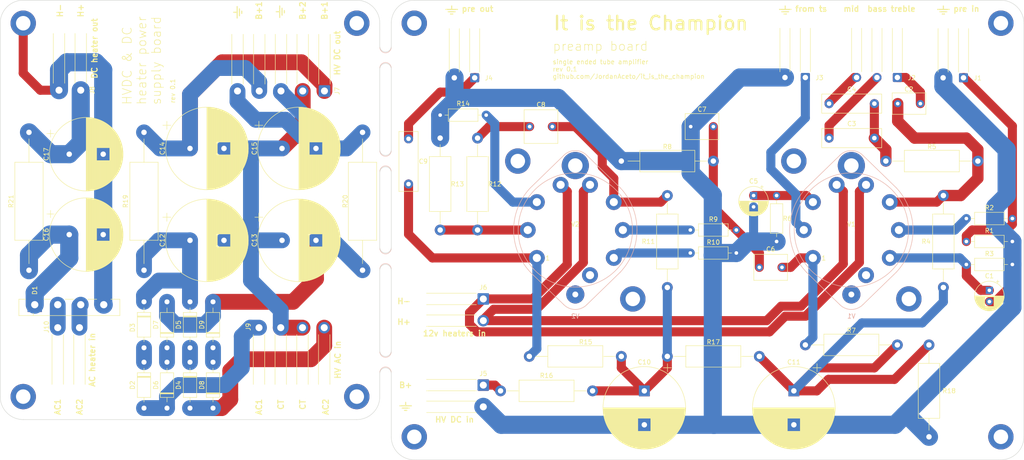
<source format=kicad_pcb>
(kicad_pcb (version 20171130) (host pcbnew 5.1.12-84ad8e8a86~92~ubuntu20.04.1)
  (title_block (title "It is the Champion") (date 2021-12-12) (rev 0.1) (comment 1 creativecommons.org/licenses/by/4.0/) (comment 2 "License: CC by 4.0") (comment 3 "Author: Jordan Aceto"))
  (layers (0 F.Cu signal) (31 B.Cu signal) (34 B.Paste user hide) (35 F.Paste user hide) (36 B.SilkS user) (37 F.SilkS user) (38 B.Mask user) (39 F.Mask user) (44 Edge.Cuts user))
  (net 0 "")
  (net 1 Earth)
  (net 2 "Net-(C1-Pad1)")
  (net 3 "Net-(C2-Pad2)")
  (net 4 "Net-(C2-Pad1)")
  (net 5 "Net-(C3-Pad2)")
  (net 6 "Net-(C3-Pad1)")
  (net 7 "Net-(C4-Pad1)")
  (net 8 "Net-(C5-Pad1)")
  (net 9 "Net-(C6-Pad2)")
  (net 10 "Net-(C6-Pad1)")
  (net 11 "Net-(C8-Pad2)")
  (net 12 "Net-(C8-Pad1)")
  (net 13 "Net-(C9-Pad2)")
  (net 14 "Net-(D1-Pad2)")
  (net 15 "Net-(D1-Pad3)")
  (net 16 "Net-(D2-Pad2)")
  (net 17 "Net-(J3-Pad1)")
  (net 18 "Net-(R2-Pad1)")
  (net 19 B+_4)
  (net 20 "Net-(R9-Pad1)")
  (net 21 "Net-(R10-Pad1)")
  (net 22 B+_3)
  (net 23 "Net-(R12-Pad2)")
  (net 24 "Net-(R14-Pad1)")
  (net 25 "Net-(C16-Pad1)")
  (net 26 "Net-(J5-Pad1)")
  (net 27 "Net-(C12-Pad2)")
  (net 28 "Net-(C12-Pad1)")
  (net 29 "Net-(C14-Pad1)")
  (net 30 "Net-(C17-Pad1)")
  (net 31 "Net-(D2-Pad1)")
  (net 32 "Net-(D4-Pad2)")
  (net 33 "Net-(D4-Pad1)")
  (net 34 "Net-(D6-Pad2)")
  (net 35 "Net-(D8-Pad2)")
  (net 36 "Net-(V1-Pad9)")
  (net 37 "Net-(V2-Pad9)")
  (net 38 "Net-(C13-Pad2)")
  (net 39 GND1)
  (net 40 GND3)
  (net 41 "Net-(J6-Pad2)")
  (net 42 "Net-(J6-Pad1)")
  (net 43 "Net-(C9-Pad1)")
  (net 44 "Net-(J1-Pad1)")
  (module custom_footprints:mouse-bite-2.54mm-slot (layer B.Cu) (at 31.75 107.95 90)
    (fp_text reference mouse-bite-2.54mm-slot hide)
    (fp_text value VAL** hide)
    (pad "" np_thru_hole circle (at 0.8 -1.1 90) (size 0.5 0.5) (drill 0.5) (layers *.Cu *.Mask))
    (pad "" np_thru_hole circle (at -0.8 -1.1 90) (size 0.5 0.5) (drill 0.5) (layers *.Cu *.Mask))
    (pad "" np_thru_hole circle (at -0.8 1.1 90) (size 0.5 0.5) (drill 0.5) (layers *.Cu *.Mask))
    (pad "" np_thru_hole circle (at 0.8 1.1 90) (size 0.5 0.5) (drill 0.5) (layers *.Cu *.Mask))
    (pad "" np_thru_hole circle (at 0 -1.1 90) (size 0.5 0.5) (drill 0.5) (layers *.Cu *.Mask))
    (pad "" np_thru_hole circle (at 0 1.1 90) (size 0.5 0.5) (drill 0.5) (layers *.Cu *.Mask))
  )
  (module custom_footprints:mouse-bite-2.54mm-slot (layer B.Cu) (at 31.75 85.09 90)
    (fp_text reference mouse-bite-2.54mm-slot hide)
    (fp_text value VAL** hide)
    (pad "" np_thru_hole circle (at 0.8 -1.1 90) (size 0.5 0.5) (drill 0.5) (layers *.Cu *.Mask))
    (pad "" np_thru_hole circle (at -0.8 -1.1 90) (size 0.5 0.5) (drill 0.5) (layers *.Cu *.Mask))
    (pad "" np_thru_hole circle (at -0.8 1.1 90) (size 0.5 0.5) (drill 0.5) (layers *.Cu *.Mask))
    (pad "" np_thru_hole circle (at 0.8 1.1 90) (size 0.5 0.5) (drill 0.5) (layers *.Cu *.Mask))
    (pad "" np_thru_hole circle (at 0 -1.1 90) (size 0.5 0.5) (drill 0.5) (layers *.Cu *.Mask))
    (pad "" np_thru_hole circle (at 0 1.1 90) (size 0.5 0.5) (drill 0.5) (layers *.Cu *.Mask))
  )
  (module custom_footprints:mouse-bite-2.54mm-slot (layer B.Cu) (at 31.75 63.5 90)
    (fp_text reference mouse-bite-2.54mm-slot hide)
    (fp_text value VAL** hide)
    (pad "" np_thru_hole circle (at 0.8 -1.1 90) (size 0.5 0.5) (drill 0.5) (layers *.Cu *.Mask))
    (pad "" np_thru_hole circle (at -0.8 -1.1 90) (size 0.5 0.5) (drill 0.5) (layers *.Cu *.Mask))
    (pad "" np_thru_hole circle (at -0.8 1.1 90) (size 0.5 0.5) (drill 0.5) (layers *.Cu *.Mask))
    (pad "" np_thru_hole circle (at 0.8 1.1 90) (size 0.5 0.5) (drill 0.5) (layers *.Cu *.Mask))
    (pad "" np_thru_hole circle (at 0 -1.1 90) (size 0.5 0.5) (drill 0.5) (layers *.Cu *.Mask))
    (pad "" np_thru_hole circle (at 0 1.1 90) (size 0.5 0.5) (drill 0.5) (layers *.Cu *.Mask))
  )
  (module custom_footprints:mouse-bite-2.54mm-slot (layer B.Cu) (at 31.75 40.64 90)
    (fp_text reference mouse-bite-2.54mm-slot hide)
    (fp_text value VAL** hide)
    (pad "" np_thru_hole circle (at 0.8 -1.1 90) (size 0.5 0.5) (drill 0.5) (layers *.Cu *.Mask))
    (pad "" np_thru_hole circle (at -0.8 -1.1 90) (size 0.5 0.5) (drill 0.5) (layers *.Cu *.Mask))
    (pad "" np_thru_hole circle (at -0.8 1.1 90) (size 0.5 0.5) (drill 0.5) (layers *.Cu *.Mask))
    (pad "" np_thru_hole circle (at 0.8 1.1 90) (size 0.5 0.5) (drill 0.5) (layers *.Cu *.Mask))
    (pad "" np_thru_hole circle (at 0 -1.1 90) (size 0.5 0.5) (drill 0.5) (layers *.Cu *.Mask))
    (pad "" np_thru_hole circle (at 0 1.1 90) (size 0.5 0.5) (drill 0.5) (layers *.Cu *.Mask))
  )
  (module Resistor_THT:R_Axial_DIN0414_L11.9mm_D4.5mm_P20.32mm_Horizontal (layer F.Cu) (at 162.56 63.5 180)
    (fp_text reference R5 (at 10.16 3.175) (layer F.SilkS))
    (fp_text value "47k 1W")
    (pad 2 thru_hole oval (at 20.32 0 180) (size 2.4 2.4) (drill 1.2) (layers *.Cu *.Mask) (net 5 "Net-(C3-Pad2)"))
    (pad 1 thru_hole circle (at 0 0 180) (size 2.4 2.4) (drill 1.2) (layers *.Cu *.Mask) (net 3 "Net-(C2-Pad2)"))
  )
  (module custom_footprints:signal_wire_connector_2 (layer F.Cu) (at 51.435 45.085 180)
    (fp_text reference J4 (at -3.12 -0.065 180) (layer F.SilkS))
    (fp_text value pre_out_pcb)
    (pad 1 thru_hole roundrect (at 0 0 180) (size 2 2) (drill 1.2) (layers *.Cu *.Mask) (roundrect_rratio 0.125) (net 43 "Net-(C9-Pad1)"))
    (pad 2 thru_hole circle (at 4.5 0 180) (size 2 2) (drill 1.2) (layers *.Cu *.Mask) (net 40 GND3))
    (pad "" np_thru_hole circle (at 0 12 180) (size 2.5 2.5) (drill 2.5) (layers *.Cu *.Mask))
    (pad "" np_thru_hole circle (at 4.5 12 180) (size 2.5 2.5) (drill 2.5) (layers *.Cu *.Mask))
  )
  (module custom_footprints:signal_wire_connector_2 (layer F.Cu) (at 159.385 45.085 180)
    (fp_text reference J1 (at -3.12 -0.065 180) (layer F.SilkS))
    (fp_text value pre_in_pcb)
    (pad 1 thru_hole roundrect (at 0 0 180) (size 2 2) (drill 1.2) (layers *.Cu *.Mask) (roundrect_rratio 0.125) (net 44 "Net-(J1-Pad1)"))
    (pad 2 thru_hole circle (at 4.5 0 180) (size 2 2) (drill 1.2) (layers *.Cu *.Mask) (net 40 GND3))
    (pad "" np_thru_hole circle (at 0 12 180) (size 2.5 2.5) (drill 2.5) (layers *.Cu *.Mask))
    (pad "" np_thru_hole circle (at 4.5 12 180) (size 2.5 2.5) (drill 2.5) (layers *.Cu *.Mask))
  )
  (module custom_footprints:belton_VT9-PT-C (layer B.Cu) (at 73.66 78.74)
    (fp_text reference V2 (at 0 19.05) (layer B.SilkS) (effects (justify mirror)))
    (fp_text value 12AX7)
    (pad 1 thru_hole oval (at -8.494678 6.171745) (size 3.5 3.5) (drill 1.8) (layers *.Cu *.Mask) (net 13 "Net-(C9-Pad2)"))
    (pad 2 thru_hole oval (at -10.5 0) (size 3.5 3.5) (drill 1.8) (layers *.Cu *.Mask) (net 23 "Net-(R12-Pad2)"))
    (pad 3 thru_hole oval (at -8.494678 -6.171745) (size 3.5 3.5) (drill 1.8) (layers *.Cu *.Mask) (net 24 "Net-(R14-Pad1)"))
    (pad 4 thru_hole oval (at -3.244678 -9.986093) (size 3.5 3.5) (drill 1.8) (layers *.Cu *.Mask) (net 42 "Net-(J6-Pad1)"))
    (pad 5 thru_hole oval (at 3.244678 -9.986093) (size 3.5 3.5) (drill 1.8) (layers *.Cu *.Mask) (net 41 "Net-(J6-Pad2)"))
    (pad 6 thru_hole oval (at 8.494678 -6.171745) (size 3.5 3.5) (drill 1.8) (layers *.Cu *.Mask) (net 11 "Net-(C8-Pad2)"))
    (pad 7 thru_hole oval (at 10.5 0) (size 3.5 3.5) (drill 1.8) (layers *.Cu *.Mask) (net 20 "Net-(R9-Pad1)"))
    (pad 8 thru_hole oval (at 8.494678 6.171745) (size 3.5 3.5) (drill 1.8) (layers *.Cu *.Mask) (net 21 "Net-(R10-Pad1)"))
    (pad 9 thru_hole oval (at 3.244678 9.986093) (size 3.5 3.5) (drill 1.8) (layers *.Cu *.Mask) (net 37 "Net-(V2-Pad9)"))
    (pad "" thru_hole circle (at 0 14.25) (size 4 4) (drill 1.3) (layers *.Cu *.Mask))
    (pad "" thru_hole circle (at 0 -14.25) (size 6 6) (drill 3.2) (layers *.Cu *.Mask))
    (pad "" np_thru_hole circle (at 0 0) (size 1 1) (drill 1) (layers *.Cu *.Mask))
  )
  (module custom_footprints:belton_VT9-PT-C (layer B.Cu) (at 134.62 78.74)
    (fp_text reference V1 (at 0 19.05) (layer B.SilkS) (effects (justify mirror)))
    (fp_text value 12AX7)
    (pad 1 thru_hole oval (at -8.494678 6.171745) (size 3.5 3.5) (drill 1.8) (layers *.Cu *.Mask) (net 9 "Net-(C6-Pad2)"))
    (pad 2 thru_hole oval (at -10.5 0) (size 3.5 3.5) (drill 1.8) (layers *.Cu *.Mask) (net 17 "Net-(J3-Pad1)"))
    (pad 3 thru_hole oval (at -8.494678 -6.171745) (size 3.5 3.5) (drill 1.8) (layers *.Cu *.Mask) (net 8 "Net-(C5-Pad1)"))
    (pad 4 thru_hole oval (at -3.244678 -9.986093) (size 3.5 3.5) (drill 1.8) (layers *.Cu *.Mask) (net 41 "Net-(J6-Pad2)"))
    (pad 5 thru_hole oval (at 3.244678 -9.986093) (size 3.5 3.5) (drill 1.8) (layers *.Cu *.Mask) (net 42 "Net-(J6-Pad1)"))
    (pad 6 thru_hole oval (at 8.494678 -6.171745) (size 3.5 3.5) (drill 1.8) (layers *.Cu *.Mask) (net 3 "Net-(C2-Pad2)"))
    (pad 7 thru_hole oval (at 10.5 0) (size 3.5 3.5) (drill 1.8) (layers *.Cu *.Mask) (net 18 "Net-(R2-Pad1)"))
    (pad 8 thru_hole oval (at 8.494678 6.171745) (size 3.5 3.5) (drill 1.8) (layers *.Cu *.Mask) (net 2 "Net-(C1-Pad1)"))
    (pad 9 thru_hole oval (at 3.244678 9.986093) (size 3.5 3.5) (drill 1.8) (layers *.Cu *.Mask) (net 36 "Net-(V1-Pad9)"))
    (pad "" thru_hole circle (at 0 14.25) (size 4 4) (drill 1.3) (layers *.Cu *.Mask))
    (pad "" thru_hole circle (at 0 -14.25) (size 6 6) (drill 3.2) (layers *.Cu *.Mask))
    (pad "" np_thru_hole circle (at 0 0) (size 1 1) (drill 1) (layers *.Cu *.Mask))
  )
  (module Resistor_THT:R_Axial_DIN0414_L11.9mm_D4.5mm_P20.32mm_Horizontal (layer F.Cu) (at 151.765 104.14 270)
    (fp_text reference R18 (at 10.16 -4.445 180) (layer F.SilkS))
    (fp_text value "220k 1W")
    (pad 2 thru_hole oval (at 20.32 0 270) (size 2.4 2.4) (drill 1.2) (layers *.Cu *.Mask) (net 40 GND3))
    (pad 1 thru_hole circle (at 0 0 270) (size 2.4 2.4) (drill 1.2) (layers *.Cu *.Mask) (net 19 B+_4))
  )
  (module Resistor_THT:R_Axial_DIN0414_L11.9mm_D4.5mm_P20.32mm_Horizontal (layer F.Cu) (at 114.3 106.68 180)
    (fp_text reference R17 (at 10.16 3.175) (layer F.SilkS))
    (fp_text value "10k 1W")
    (pad 2 thru_hole oval (at 20.32 0 180) (size 2.4 2.4) (drill 1.2) (layers *.Cu *.Mask) (net 22 B+_3))
    (pad 1 thru_hole circle (at 0 0 180) (size 2.4 2.4) (drill 1.2) (layers *.Cu *.Mask) (net 19 B+_4))
  )
  (module Resistor_THT:R_Axial_DIN0414_L11.9mm_D4.5mm_P20.32mm_Horizontal (layer F.Cu) (at 57.15 114.3)
    (fp_text reference R16 (at 10.16 -3.37) (layer F.SilkS))
    (fp_text value "47k 2W")
    (pad 2 thru_hole oval (at 20.32 0) (size 2.4 2.4) (drill 1.2) (layers *.Cu *.Mask) (net 22 B+_3))
    (pad 1 thru_hole circle (at 0 0) (size 2.4 2.4) (drill 1.2) (layers *.Cu *.Mask) (net 26 "Net-(J5-Pad1)"))
  )
  (module Connector_Wire:SolderWire-0.75sqmm_1x02_P4.8mm_D1.25mm_OD2.3mm_Relief (layer F.Cu) (at 53.34 93.98 270)
    (fp_text reference J6 (at -2.54 0 180) (layer F.SilkS))
    (fp_text value pre_dc_htr_in_pcb)
    (pad "" np_thru_hole circle (at 4.8 13.8 270) (size 2.8 2.8) (drill 2.8) (layers *.Cu *.Mask))
    (pad "" np_thru_hole circle (at 0 13.8 270) (size 2.8 2.8) (drill 2.8) (layers *.Cu *.Mask))
    (pad 2 thru_hole circle (at 4.8 0 270) (size 2.55 2.55) (drill 1.55) (layers *.Cu *.Mask) (net 41 "Net-(J6-Pad2)"))
    (pad 1 thru_hole roundrect (at 0 0 270) (size 2.55 2.55) (drill 1.55) (layers *.Cu *.Mask) (roundrect_rratio 0.09803882352941176) (net 42 "Net-(J6-Pad1)"))
  )
  (module Connector_Wire:SolderWire-0.75sqmm_1x02_P4.8mm_D1.25mm_OD2.3mm_Relief (layer F.Cu) (at 53.34 113.03 270)
    (fp_text reference J5 (at -2.54 0 180) (layer F.SilkS))
    (fp_text value pre_hv_dc_in_pcb)
    (pad "" np_thru_hole circle (at 4.8 13.8 270) (size 2.8 2.8) (drill 2.8) (layers *.Cu *.Mask))
    (pad "" np_thru_hole circle (at 0 13.8 270) (size 2.8 2.8) (drill 2.8) (layers *.Cu *.Mask))
    (pad 2 thru_hole circle (at 4.8 0 270) (size 2.55 2.55) (drill 1.55) (layers *.Cu *.Mask) (net 40 GND3))
    (pad 1 thru_hole roundrect (at 0 0 270) (size 2.55 2.55) (drill 1.55) (layers *.Cu *.Mask) (roundrect_rratio 0.09803882352941176) (net 26 "Net-(J5-Pad1)"))
  )
  (module Capacitor_THT:CP_Radial_D18.0mm_P7.50mm (layer F.Cu) (at 121.92 114.3 270)
    (fp_text reference C11 (at -6.35 0 180) (layer F.SilkS))
    (fp_text value "22u 450v")
    (pad 2 thru_hole circle (at 7.5 0 270) (size 2.4 2.4) (drill 1.2) (layers *.Cu *.Mask) (net 40 GND3))
    (pad 1 thru_hole rect (at 0 0 270) (size 2.4 2.4) (drill 1.2) (layers *.Cu *.Mask) (net 19 B+_4))
  )
  (module Capacitor_THT:CP_Radial_D18.0mm_P7.50mm (layer F.Cu) (at 88.9 114.3 270)
    (fp_text reference C10 (at -6.35 0 180) (layer F.SilkS))
    (fp_text value "22u 450v")
    (pad 2 thru_hole circle (at 7.5 0 270) (size 2.4 2.4) (drill 1.2) (layers *.Cu *.Mask) (net 40 GND3))
    (pad 1 thru_hole rect (at 0 0 270) (size 2.4 2.4) (drill 1.2) (layers *.Cu *.Mask) (net 22 B+_3))
  )
  (module Connector_Wire:SolderWire-0.75sqmm_1x05_P4.8mm_D1.25mm_OD2.3mm_Relief (layer F.Cu) (at 18.262 48.006 180)
    (fp_text reference J7 (at -2.82 0 270) (layer F.SilkS))
    (fp_text value ps_hv_dc_out_pcb)
    (pad "" np_thru_hole circle (at 19.2 13.8 180) (size 2.8 2.8) (drill 2.8) (layers *.Cu *.Mask))
    (pad "" np_thru_hole circle (at 14.4 13.8 180) (size 2.8 2.8) (drill 2.8) (layers *.Cu *.Mask))
    (pad "" np_thru_hole circle (at 9.6 13.8 180) (size 2.8 2.8) (drill 2.8) (layers *.Cu *.Mask))
    (pad "" np_thru_hole circle (at 4.8 13.8 180) (size 2.8 2.8) (drill 2.8) (layers *.Cu *.Mask))
    (pad "" np_thru_hole circle (at 0 13.8 180) (size 2.8 2.8) (drill 2.8) (layers *.Cu *.Mask))
    (pad 5 thru_hole circle (at 19.2 0 180) (size 2.55 2.55) (drill 1.55) (layers *.Cu *.Mask) (net 39 GND1))
    (pad 4 thru_hole circle (at 14.4 0 180) (size 2.55 2.55) (drill 1.55) (layers *.Cu *.Mask) (net 29 "Net-(C14-Pad1)"))
    (pad 3 thru_hole circle (at 9.6 0 180) (size 2.55 2.55) (drill 1.55) (layers *.Cu *.Mask) (net 39 GND1))
    (pad 2 thru_hole circle (at 4.8 0 180) (size 2.55 2.55) (drill 1.55) (layers *.Cu *.Mask) (net 27 "Net-(C12-Pad2)"))
    (pad 1 thru_hole roundrect (at 0 0 180) (size 2.55 2.55) (drill 1.55) (layers *.Cu *.Mask) (roundrect_rratio 0.09803882352941176) (net 29 "Net-(C14-Pad1)"))
  )
  (module MountingHole:MountingHole_3.2mm_M3_DIN965_Pad (layer F.Cu) (at -48.26 115.57 90)
    (fp_text reference H12 hide)
    (fp_text value MountingHole)
    (pad 1 thru_hole circle (at 0 0 90) (size 5.6 5.6) (drill 3.2) (layers *.Cu *.Mask))
  )
  (module MountingHole:MountingHole_3.2mm_M3_DIN965_Pad (layer F.Cu) (at 25.4 115.57 90)
    (fp_text reference H11 hide)
    (fp_text value MountingHole)
    (pad 1 thru_hole circle (at 0 0 90) (size 5.6 5.6) (drill 3.2) (layers *.Cu *.Mask))
  )
  (module MountingHole:MountingHole_3.2mm_M3_DIN965_Pad (layer F.Cu) (at -48.26 33.02 90)
    (fp_text reference H10 hide)
    (fp_text value MountingHole)
    (pad 1 thru_hole circle (at 0 0 90) (size 5.599999 5.599999) (drill 3.200001) (layers *.Cu *.Mask))
  )
  (module MountingHole:MountingHole_3.2mm_M3_DIN965_Pad (layer F.Cu) (at 25.4 33.02 90)
    (fp_text reference H9 hide)
    (fp_text value MountingHole)
    (pad 1 thru_hole circle (at 0 0 90) (size 5.6 5.6) (drill 3.2) (layers *.Cu *.Mask))
  )
  (module MountingHole:MountingHole_3.2mm_M3_DIN965_Pad (layer F.Cu) (at 86.36 93.98)
    (fp_text reference H8 hide)
    (fp_text value MountingHole)
    (pad 1 thru_hole circle (at 0 0) (size 5.6 5.6) (drill 3.2) (layers *.Cu *.Mask))
  )
  (module MountingHole:MountingHole_3.2mm_M3_DIN965_Pad (layer F.Cu) (at 60.96 63.5)
    (fp_text reference H7 hide)
    (fp_text value MountingHole)
    (pad 1 thru_hole circle (at 0 0) (size 5.6 5.6) (drill 3.2) (layers *.Cu *.Mask))
  )
  (module MountingHole:MountingHole_3.2mm_M3_DIN965_Pad (layer F.Cu) (at 147.32 93.98)
    (fp_text reference H6 hide)
    (fp_text value MountingHole)
    (pad 1 thru_hole circle (at 0 0) (size 5.6 5.6) (drill 3.2) (layers *.Cu *.Mask))
  )
  (module MountingHole:MountingHole_3.2mm_M3_DIN965_Pad (layer F.Cu) (at 121.92 63.5)
    (fp_text reference H5 hide)
    (fp_text value MountingHole)
    (pad 1 thru_hole circle (at 0 0) (size 5.6 5.6) (drill 3.2) (layers *.Cu *.Mask))
  )
  (module MountingHole:MountingHole_3.2mm_M3_DIN965_Pad (layer F.Cu) (at 38.1 124.46)
    (fp_text reference H4 hide)
    (fp_text value MountingHole)
    (pad 1 thru_hole circle (at 0 0) (size 5.6 5.6) (drill 3.2) (layers *.Cu *.Mask))
  )
  (module MountingHole:MountingHole_3.2mm_M3_DIN965_Pad (layer F.Cu) (at 167.64 124.46)
    (fp_text reference H3 hide)
    (fp_text value MountingHole)
    (pad 1 thru_hole circle (at 0 0) (size 5.6 5.6) (drill 3.2) (layers *.Cu *.Mask))
  )
  (module MountingHole:MountingHole_3.2mm_M3_DIN965_Pad (layer F.Cu) (at 167.64 33.02)
    (fp_text reference H2 hide)
    (fp_text value MountingHole)
    (pad 1 thru_hole circle (at 0 0) (size 5.6 5.6) (drill 3.2) (layers *.Cu *.Mask))
  )
  (module MountingHole:MountingHole_3.2mm_M3_DIN965_Pad (layer F.Cu) (at 38.1 33.02)
    (fp_text reference H1 hide)
    (fp_text value MountingHole)
    (pad 1 thru_hole circle (at 0 0) (size 5.6 5.6) (drill 3.2) (layers *.Cu *.Mask))
  )
  (module Connector_Wire:SolderWire-0.75sqmm_1x02_P4.8mm_D1.25mm_OD2.3mm_Relief (layer F.Cu) (at -35.56 47.836 180)
    (fp_text reference J8 (at -2.54 0 270) (layer F.SilkS))
    (fp_text value ps_dc_htr_out_pcb)
    (pad "" np_thru_hole circle (at 4.8 13.8 180) (size 2.8 2.8) (drill 2.8) (layers *.Cu *.Mask))
    (pad "" np_thru_hole circle (at 0 13.8 180) (size 2.8 2.8) (drill 2.8) (layers *.Cu *.Mask))
    (pad 2 thru_hole circle (at 4.8 0 180) (size 2.55 2.55) (drill 1.55) (layers *.Cu *.Mask) (net 1 Earth))
    (pad 1 thru_hole roundrect (at 0 0 180) (size 2.55 2.55) (drill 1.55) (layers *.Cu *.Mask) (roundrect_rratio 0.09803882352941176) (net 30 "Net-(C17-Pad1)"))
  )
  (module Resistor_THT:R_Axial_DIN0414_L11.9mm_D4.5mm_P20.32mm_Horizontal (layer F.Cu) (at 43.815 78.74 90)
    (fp_text reference R13 (at 10.16 3.81 180) (layer F.SilkS))
    (fp_text value "68k 1W")
    (pad 2 thru_hole oval (at 20.32 0 90) (size 2.4 2.4) (drill 1.2) (layers *.Cu *.Mask) (net 40 GND3))
    (pad 1 thru_hole circle (at 0 0 90) (size 2.4 2.4) (drill 1.2) (layers *.Cu *.Mask) (net 23 "Net-(R12-Pad2)"))
  )
  (module Resistor_THT:R_Axial_DIN0414_L11.9mm_D4.5mm_P20.32mm_Horizontal (layer F.Cu) (at 52.07 58.42 270)
    (fp_text reference R12 (at 10.16 -3.81 180) (layer F.SilkS))
    (fp_text value "220k 1W")
    (pad 2 thru_hole oval (at 20.32 0 270) (size 2.4 2.4) (drill 1.2) (layers *.Cu *.Mask) (net 23 "Net-(R12-Pad2)"))
    (pad 1 thru_hole circle (at 0 0 270) (size 2.4 2.4) (drill 1.2) (layers *.Cu *.Mask) (net 12 "Net-(C8-Pad1)"))
  )
  (module Resistor_THT:R_Axial_DIN0414_L11.9mm_D4.5mm_P20.32mm_Horizontal (layer F.Cu) (at 104.14 63.5 180)
    (fp_text reference R8 (at 10.16 3.175) (layer F.SilkS))
    (fp_text value "150k 1W")
    (pad 2 thru_hole oval (at 20.32 0 180) (size 2.4 2.4) (drill 1.2) (layers *.Cu *.Mask) (net 40 GND3))
    (pad 1 thru_hole circle (at 0 0 180) (size 2.4 2.4) (drill 1.2) (layers *.Cu *.Mask) (net 10 "Net-(C6-Pad1)"))
  )
  (module Capacitor_THT:C_Rect_L7.2mm_W4.5mm_P5.00mm_FKS2_FKP2_MKS2_MKP2 (layer F.Cu) (at 149.86 50.8 180)
    (fp_text reference C2 (at 2.54 3.175) (layer F.SilkS))
    (fp_text value "470p WIMA FKP2")
    (pad 2 thru_hole circle (at 5 0 180) (size 1.6 1.6) (drill 0.8) (layers *.Cu *.Mask) (net 3 "Net-(C2-Pad2)"))
    (pad 1 thru_hole circle (at 0 0 180) (size 1.6 1.6) (drill 0.8) (layers *.Cu *.Mask) (net 4 "Net-(C2-Pad1)"))
  )
  (module Resistor_THT:R_Axial_DIN0617_L17.0mm_D6.0mm_P30.48mm_Horizontal (layer F.Cu) (at 26.67 57.15 270)
    (fp_text reference R20 (at 15.24 3.81 90) (layer F.SilkS))
    (fp_text value "50R 5W")
    (pad 1 thru_hole circle (at 0 0 270) (size 2.4 2.4) (drill 1.2) (layers *.Cu *.Mask) (net 39 GND1))
    (pad 2 thru_hole oval (at 30.48 0 270) (size 2.4 2.4) (drill 1.2) (layers *.Cu *.Mask) (net 38 "Net-(C13-Pad2)"))
  )
  (module Resistor_THT:R_Axial_DIN0207_L6.3mm_D2.5mm_P10.16mm_Horizontal (layer F.Cu) (at 53.975 53.34 180)
    (fp_text reference R14 (at 5.08 2.54) (layer F.SilkS))
    (fp_text value 1k5)
    (pad 2 thru_hole oval (at 10.16 0 180) (size 1.6 1.6) (drill 0.8) (layers *.Cu *.Mask) (net 40 GND3))
    (pad 1 thru_hole circle (at 0 0 180) (size 1.6 1.6) (drill 0.8) (layers *.Cu *.Mask) (net 24 "Net-(R14-Pad1)"))
  )
  (module Resistor_THT:R_Axial_DIN0207_L6.3mm_D2.5mm_P10.16mm_Horizontal (layer F.Cu) (at 99.06 83.82)
    (fp_text reference R10 (at 5.08 -2.37) (layer F.SilkS))
    (fp_text value 10k)
    (pad 2 thru_hole oval (at 10.16 0) (size 1.6 1.6) (drill 0.8) (layers *.Cu *.Mask) (net 40 GND3))
    (pad 1 thru_hole circle (at 0 0) (size 1.6 1.6) (drill 0.8) (layers *.Cu *.Mask) (net 21 "Net-(R10-Pad1)"))
  )
  (module Resistor_THT:R_Axial_DIN0207_L6.3mm_D2.5mm_P10.16mm_Horizontal (layer F.Cu) (at 99.06 78.74)
    (fp_text reference R9 (at 5.08 -2.37) (layer F.SilkS))
    (fp_text value 5k6)
    (pad 2 thru_hole oval (at 10.16 0) (size 1.6 1.6) (drill 0.8) (layers *.Cu *.Mask) (net 10 "Net-(C6-Pad1)"))
    (pad 1 thru_hole circle (at 0 0) (size 1.6 1.6) (drill 0.8) (layers *.Cu *.Mask) (net 20 "Net-(R9-Pad1)"))
  )
  (module Resistor_THT:R_Axial_DIN0207_L6.3mm_D2.5mm_P10.16mm_Horizontal (layer F.Cu) (at 118.11 71.12 270)
    (fp_text reference R6 (at 5.08 -2.37 180) (layer F.SilkS))
    (fp_text value 2k7)
    (pad 2 thru_hole oval (at 10.16 0 270) (size 1.6 1.6) (drill 0.8) (layers *.Cu *.Mask) (net 40 GND3))
    (pad 1 thru_hole circle (at 0 0 270) (size 1.6 1.6) (drill 0.8) (layers *.Cu *.Mask) (net 8 "Net-(C5-Pad1)"))
  )
  (module Resistor_THT:R_Axial_DIN0207_L6.3mm_D2.5mm_P10.16mm_Horizontal (layer F.Cu) (at 160.02 86.36)
    (fp_text reference R3 (at 5.08 -2.37) (layer F.SilkS))
    (fp_text value 1k5)
    (pad 2 thru_hole oval (at 10.16 0) (size 1.6 1.6) (drill 0.8) (layers *.Cu *.Mask) (net 40 GND3))
    (pad 1 thru_hole circle (at 0 0) (size 1.6 1.6) (drill 0.8) (layers *.Cu *.Mask) (net 2 "Net-(C1-Pad1)"))
  )
  (module Resistor_THT:R_Axial_DIN0207_L6.3mm_D2.5mm_P10.16mm_Horizontal (layer F.Cu) (at 160.02 76.2)
    (fp_text reference R2 (at 5.08 -2.37) (layer F.SilkS))
    (fp_text value 33k)
    (pad 2 thru_hole oval (at 10.16 0) (size 1.6 1.6) (drill 0.8) (layers *.Cu *.Mask) (net 44 "Net-(J1-Pad1)"))
    (pad 1 thru_hole circle (at 0 0) (size 1.6 1.6) (drill 0.8) (layers *.Cu *.Mask) (net 18 "Net-(R2-Pad1)"))
  )
  (module Resistor_THT:R_Axial_DIN0207_L6.3mm_D2.5mm_P10.16mm_Horizontal (layer F.Cu) (at 160.02 81.28)
    (fp_text reference R1 (at 5.08 -2.37) (layer F.SilkS))
    (fp_text value 1M)
    (pad 2 thru_hole oval (at 10.16 0) (size 1.6 1.6) (drill 0.8) (layers *.Cu *.Mask) (net 40 GND3))
    (pad 1 thru_hole circle (at 0 0) (size 1.6 1.6) (drill 0.8) (layers *.Cu *.Mask) (net 44 "Net-(J1-Pad1)"))
  )
  (module Diode_THT:D_DO-41_SOD81_P10.16mm_Horizontal (layer F.Cu) (at -6.35 104.775 90)
    (fp_text reference D9 (at 5.08 -2.47 90) (layer F.SilkS))
    (fp_text value 1N4007)
    (pad 2 thru_hole oval (at 10.16 0 90) (size 2.2 2.2) (drill 1.1) (layers *.Cu *.Mask) (net 38 "Net-(C13-Pad2)"))
    (pad 1 thru_hole rect (at 0 0 90) (size 2.2 2.2) (drill 1.1) (layers *.Cu *.Mask) (net 35 "Net-(D8-Pad2)"))
  )
  (module Diode_THT:D_DO-41_SOD81_P10.16mm_Horizontal (layer F.Cu) (at -6.35 118.11 90)
    (fp_text reference D8 (at 5.08 -2.47 90) (layer F.SilkS))
    (fp_text value 1N4007)
    (pad 2 thru_hole oval (at 10.16 0 90) (size 2.2 2.2) (drill 1.1) (layers *.Cu *.Mask) (net 35 "Net-(D8-Pad2)"))
    (pad 1 thru_hole rect (at 0 0 90) (size 2.2 2.2) (drill 1.1) (layers *.Cu *.Mask) (net 32 "Net-(D4-Pad2)"))
  )
  (module Diode_THT:D_DO-41_SOD81_P10.16mm_Horizontal (layer F.Cu) (at -16.51 104.775 90)
    (fp_text reference D7 (at 5.08 -2.47 90) (layer F.SilkS))
    (fp_text value 1N4007)
    (pad 2 thru_hole oval (at 10.16 0 90) (size 2.2 2.2) (drill 1.1) (layers *.Cu *.Mask) (net 38 "Net-(C13-Pad2)"))
    (pad 1 thru_hole rect (at 0 0 90) (size 2.2 2.2) (drill 1.1) (layers *.Cu *.Mask) (net 34 "Net-(D6-Pad2)"))
  )
  (module Diode_THT:D_DO-41_SOD81_P10.16mm_Horizontal (layer F.Cu) (at -16.51 118.11 90)
    (fp_text reference D6 (at 5.08 -2.47 90) (layer F.SilkS))
    (fp_text value 1N4007)
    (pad 2 thru_hole oval (at 10.16 0 90) (size 2.2 2.2) (drill 1.1) (layers *.Cu *.Mask) (net 34 "Net-(D6-Pad2)"))
    (pad 1 thru_hole rect (at 0 0 90) (size 2.2 2.2) (drill 1.1) (layers *.Cu *.Mask) (net 16 "Net-(D2-Pad2)"))
  )
  (module Diode_THT:D_DO-41_SOD81_P10.16mm_Horizontal (layer F.Cu) (at -11.43 94.615 270)
    (fp_text reference D5 (at 5.08 2.54 90) (layer F.SilkS))
    (fp_text value 1N4007)
    (pad 2 thru_hole oval (at 10.16 0 270) (size 2.2 2.2) (drill 1.1) (layers *.Cu *.Mask) (net 33 "Net-(D4-Pad1)"))
    (pad 1 thru_hole rect (at 0 0 270) (size 2.2 2.2) (drill 1.1) (layers *.Cu *.Mask) (net 28 "Net-(C12-Pad1)"))
  )
  (module Diode_THT:D_DO-41_SOD81_P10.16mm_Horizontal (layer F.Cu) (at -11.43 107.95 270)
    (fp_text reference D4 (at 5.08 2.54 90) (layer F.SilkS))
    (fp_text value 1N4007)
    (pad 2 thru_hole oval (at 10.16 0 270) (size 2.2 2.2) (drill 1.1) (layers *.Cu *.Mask) (net 32 "Net-(D4-Pad2)"))
    (pad 1 thru_hole rect (at 0 0 270) (size 2.2 2.2) (drill 1.1) (layers *.Cu *.Mask) (net 33 "Net-(D4-Pad1)"))
  )
  (module Diode_THT:D_DO-41_SOD81_P10.16mm_Horizontal (layer F.Cu) (at -21.59 94.615 270)
    (fp_text reference D3 (at 5.715 2.54 90) (layer F.SilkS))
    (fp_text value 1N4007)
    (pad 2 thru_hole oval (at 10.16 0 270) (size 2.2 2.2) (drill 1.1) (layers *.Cu *.Mask) (net 31 "Net-(D2-Pad1)"))
    (pad 1 thru_hole rect (at 0 0 270) (size 2.2 2.2) (drill 1.1) (layers *.Cu *.Mask) (net 28 "Net-(C12-Pad1)"))
  )
  (module Diode_THT:D_DO-41_SOD81_P10.16mm_Horizontal (layer F.Cu) (at -21.59 107.95 270)
    (fp_text reference D2 (at 5.08 2.54 90) (layer F.SilkS))
    (fp_text value 1N4007)
    (pad 2 thru_hole oval (at 10.16 0 270) (size 2.2 2.2) (drill 1.1) (layers *.Cu *.Mask) (net 16 "Net-(D2-Pad2)"))
    (pad 1 thru_hole rect (at 0 0 270) (size 2.2 2.2) (drill 1.1) (layers *.Cu *.Mask) (net 31 "Net-(D2-Pad1)"))
  )
  (module Capacitor_THT:CP_Radial_D18.0mm_P7.50mm (layer F.Cu) (at -11.43 60.706)
    (fp_text reference C14 (at -6.096 0 90) (layer F.SilkS))
    (fp_text value "100u 350v")
    (pad 2 thru_hole circle (at 7.5 0) (size 2.4 2.4) (drill 1.2) (layers *.Cu *.Mask) (net 27 "Net-(C12-Pad2)"))
    (pad 1 thru_hole rect (at 0 0) (size 2.4 2.4) (drill 1.2) (layers *.Cu *.Mask) (net 29 "Net-(C14-Pad1)"))
  )
  (module Capacitor_THT:CP_Radial_D18.0mm_P7.50mm (layer F.Cu) (at 8.89 81.026)
    (fp_text reference C13 (at -6.096 0 90) (layer F.SilkS))
    (fp_text value "100u 350v")
    (pad 2 thru_hole circle (at 7.5 0) (size 2.4 2.4) (drill 1.2) (layers *.Cu *.Mask) (net 38 "Net-(C13-Pad2)"))
    (pad 1 thru_hole rect (at 0 0) (size 2.4 2.4) (drill 1.2) (layers *.Cu *.Mask) (net 27 "Net-(C12-Pad2)"))
  )
  (module Capacitor_THT:CP_Radial_D18.0mm_P7.50mm (layer F.Cu) (at -11.43 81.026)
    (fp_text reference C12 (at -6.096 0 90) (layer F.SilkS))
    (fp_text value "100u 350v")
    (pad 2 thru_hole circle (at 7.5 0) (size 2.4 2.4) (drill 1.2) (layers *.Cu *.Mask) (net 27 "Net-(C12-Pad2)"))
    (pad 1 thru_hole rect (at 0 0) (size 2.4 2.4) (drill 1.2) (layers *.Cu *.Mask) (net 28 "Net-(C12-Pad1)"))
  )
  (module Capacitor_THT:C_Rect_L13.0mm_W4.0mm_P10.00mm_FKS3_FKP3_MKS4 (layer F.Cu) (at 36.83 58.58 270)
    (fp_text reference C9 (at 5 -3.25 180) (layer F.SilkS))
    (fp_text value "22n WIMA MKP4")
    (pad 2 thru_hole circle (at 10 0 270) (size 2 2) (drill 1) (layers *.Cu *.Mask) (net 13 "Net-(C9-Pad2)"))
    (pad 1 thru_hole circle (at 0 0 270) (size 2 2) (drill 1) (layers *.Cu *.Mask) (net 43 "Net-(C9-Pad1)"))
  )
  (module Capacitor_THT:C_Rect_L7.2mm_W7.2mm_P5.00mm_FKS2_FKP2_MKS2_MKP2 (layer F.Cu) (at 63.58 55.88)
    (fp_text reference C8 (at 2.5 -4.85) (layer F.SilkS))
    (fp_text value "4n7 WIMA FKP2")
    (pad 2 thru_hole circle (at 5 0) (size 1.6 1.6) (drill 0.8) (layers *.Cu *.Mask) (net 11 "Net-(C8-Pad2)"))
    (pad 1 thru_hole circle (at 0 0) (size 1.6 1.6) (drill 0.8) (layers *.Cu *.Mask) (net 12 "Net-(C8-Pad1)"))
  )
  (module Capacitor_THT:C_Rect_L7.2mm_W5.5mm_P5.00mm_FKS2_FKP2_MKS2_MKP2 (layer F.Cu) (at 104.14 55.88 180)
    (fp_text reference C7 (at 2.5 3.81) (layer F.SilkS))
    (fp_text value "2n2 WIMA FKP2")
    (pad 2 thru_hole circle (at 5 0 180) (size 1.6 1.6) (drill 0.8) (layers *.Cu *.Mask) (net 40 GND3))
    (pad 1 thru_hole circle (at 0 0 180) (size 1.6 1.6) (drill 0.8) (layers *.Cu *.Mask) (net 10 "Net-(C6-Pad1)"))
  )
  (module Capacitor_THT:C_Rect_L7.2mm_W5.5mm_P5.00mm_FKS2_FKP2_MKS2_MKP2 (layer F.Cu) (at 114.3 86.995)
    (fp_text reference C6 (at 2.5 -4) (layer F.SilkS))
    (fp_text value "2n2 WIMA FKP2")
    (pad 2 thru_hole circle (at 5 0) (size 1.6 1.6) (drill 0.8) (layers *.Cu *.Mask) (net 9 "Net-(C6-Pad2)"))
    (pad 1 thru_hole circle (at 0 0) (size 1.6 1.6) (drill 0.8) (layers *.Cu *.Mask) (net 10 "Net-(C6-Pad1)"))
  )
  (module Capacitor_THT:C_Rect_L13.0mm_W4.0mm_P10.00mm_FKS3_FKP3_MKS4 (layer F.Cu) (at 129.7 50.8)
    (fp_text reference C4 (at 5 -3.175) (layer F.SilkS))
    (fp_text value "22n MIMA MKP4")
    (pad 2 thru_hole circle (at 10 0) (size 2 2) (drill 1) (layers *.Cu *.Mask) (net 5 "Net-(C3-Pad2)"))
    (pad 1 thru_hole circle (at 0 0) (size 2 2) (drill 1) (layers *.Cu *.Mask) (net 7 "Net-(C4-Pad1)"))
  )
  (module Capacitor_THT:C_Rect_L13.0mm_W4.0mm_P10.00mm_FKS3_FKP3_MKS4 (layer F.Cu) (at 129.7 58.42)
    (fp_text reference C3 (at 5 -3.175) (layer F.SilkS))
    (fp_text value "22n WIMA MKP4")
    (pad 2 thru_hole circle (at 10 0) (size 2 2) (drill 1) (layers *.Cu *.Mask) (net 5 "Net-(C3-Pad2)"))
    (pad 1 thru_hole circle (at 0 0) (size 2 2) (drill 1) (layers *.Cu *.Mask) (net 6 "Net-(C3-Pad1)"))
  )
  (module Capacitor_THT:CP_Radial_D6.3mm_P2.50mm (layer F.Cu) (at 165.1 92.075 270)
    (fp_text reference C1 (at -3.175 0 180) (layer F.SilkS))
    (fp_text value "22u 25v")
    (pad 2 thru_hole circle (at 2.5 0 270) (size 1.6 1.6) (drill 0.8) (layers *.Cu *.Mask) (net 40 GND3))
    (pad 1 thru_hole rect (at 0 0 270) (size 1.6 1.6) (drill 0.8) (layers *.Cu *.Mask) (net 2 "Net-(C1-Pad1)"))
  )
  (module Capacitor_THT:CP_Radial_D16.0mm_P7.50mm (layer F.Cu) (at -38.1 61.976)
    (fp_text reference C17 (at -5.08 0 90) (layer F.SilkS))
    (fp_text value "4700u 25v")
    (pad 2 thru_hole circle (at 7.5 0) (size 2.4 2.4) (drill 1.2) (layers *.Cu *.Mask) (net 1 Earth))
    (pad 1 thru_hole rect (at 0 0) (size 2.4 2.4) (drill 1.2) (layers *.Cu *.Mask) (net 30 "Net-(C17-Pad1)"))
  )
  (module Capacitor_THT:CP_Radial_D16.0mm_P7.50mm (layer F.Cu) (at -38.1 79.756)
    (fp_text reference C16 (at -5.08 0 90) (layer F.SilkS))
    (fp_text value "4700u 25v")
    (pad 2 thru_hole circle (at 7.5 0) (size 2.4 2.4) (drill 1.2) (layers *.Cu *.Mask) (net 1 Earth))
    (pad 1 thru_hole rect (at 0 0) (size 2.4 2.4) (drill 1.2) (layers *.Cu *.Mask) (net 25 "Net-(C16-Pad1)"))
  )
  (module Connector_Wire:SolderWire-0.75sqmm_1x02_P4.8mm_D1.25mm_OD2.3mm_Relief (layer F.Cu) (at -40.64 100.33)
    (fp_text reference J10 (at -2.485 -0.17 90) (layer F.SilkS))
    (fp_text value ps_dc_htr_in_pcb)
    (pad 1 thru_hole roundrect (at 0 0) (size 2.55 2.55) (drill 1.55) (layers *.Cu *.Mask) (roundrect_rratio 0.09803882352941176) (net 14 "Net-(D1-Pad2)"))
    (pad 2 thru_hole circle (at 4.8 0) (size 2.55 2.55) (drill 1.55) (layers *.Cu *.Mask) (net 15 "Net-(D1-Pad3)"))
    (pad "" np_thru_hole circle (at 0 13.8) (size 2.8 2.8) (drill 2.8) (layers *.Cu *.Mask))
    (pad "" np_thru_hole circle (at 4.8 13.8) (size 2.8 2.8) (drill 2.8) (layers *.Cu *.Mask))
  )
  (module Capacitor_THT:CP_Radial_D18.0mm_P7.50mm (layer F.Cu) (at 8.89 60.706)
    (fp_text reference C15 (at -6.096 0 90) (layer F.SilkS))
    (fp_text value "100u 350v")
    (pad 2 thru_hole circle (at 7.5 0) (size 2.4 2.4) (drill 1.2) (layers *.Cu *.Mask) (net 39 GND1))
    (pad 1 thru_hole rect (at 0 0) (size 2.4 2.4) (drill 1.2) (layers *.Cu *.Mask) (net 27 "Net-(C12-Pad2)"))
  )
  (module custom_footprints:signal_wire_connector_2 (layer F.Cu) (at 124.46 45.02 180)
    (fp_text reference J3 (at -3.12 -0.065 180) (layer F.SilkS))
    (fp_text value gain_pcb)
    (pad "" np_thru_hole circle (at 4.5 12 180) (size 2.5 2.5) (drill 2.5) (layers *.Cu *.Mask))
    (pad "" np_thru_hole circle (at 0 12 180) (size 2.5 2.5) (drill 2.5) (layers *.Cu *.Mask))
    (pad 2 thru_hole circle (at 4.5 0 180) (size 2 2) (drill 1.2) (layers *.Cu *.Mask) (net 40 GND3))
    (pad 1 thru_hole roundrect (at 0 0 180) (size 2 2) (drill 1.2) (layers *.Cu *.Mask) (roundrect_rratio 0.125) (net 17 "Net-(J3-Pad1)"))
  )
  (module custom_footprints:signal_wire_connector_3 (layer F.Cu) (at 144.78 45.02 180)
    (fp_text reference J2 (at -3.175 -0.065 180) (layer F.SilkS))
    (fp_text value ts_pcb)
    (pad "" np_thru_hole circle (at 9 12 180) (size 2.5 2.5) (drill 2.5) (layers *.Cu *.Mask))
    (pad "" np_thru_hole circle (at 4.5 12 180) (size 2.5 2.5) (drill 2.5) (layers *.Cu *.Mask))
    (pad "" np_thru_hole circle (at 0 12 180) (size 2.5 2.5) (drill 2.5) (layers *.Cu *.Mask))
    (pad 3 thru_hole circle (at 9 0 180) (size 2 2) (drill 1.2) (layers *.Cu *.Mask) (net 7 "Net-(C4-Pad1)"))
    (pad 2 thru_hole circle (at 4.5 0 180) (size 2 2) (drill 1.2) (layers *.Cu *.Mask) (net 6 "Net-(C3-Pad1)"))
    (pad 1 thru_hole roundrect (at 0 0 180) (size 2 2) (drill 1.2) (layers *.Cu *.Mask) (roundrect_rratio 0.125) (net 4 "Net-(C2-Pad1)"))
  )
  (module Diode_THT:Diode_Bridge_Vishay_GBU (layer F.Cu) (at -45.72 95.25)
    (fp_text reference D1 (at 0 -3.175 90) (layer F.SilkS))
    (fp_text value GBU4M)
    (pad 1 thru_hole rect (at 0 0) (size 3.2 3.2) (drill 1.6) (layers *.Cu *.Mask) (net 25 "Net-(C16-Pad1)"))
    (pad 2 thru_hole circle (at 5.08 0) (size 3.2 3.2) (drill 1.6) (layers *.Cu *.Mask) (net 14 "Net-(D1-Pad2)"))
    (pad 3 thru_hole circle (at 10.16 0) (size 3.2 3.2) (drill 1.6) (layers *.Cu *.Mask) (net 15 "Net-(D1-Pad3)"))
    (pad 4 thru_hole circle (at 15.24 0) (size 3.2 3.2) (drill 1.6) (layers *.Cu *.Mask) (net 1 Earth))
  )
  (module Connector_Wire:SolderWire-0.75sqmm_1x04_P4.8mm_D1.25mm_OD2.3mm_Relief (layer F.Cu) (at 3.81 100.33)
    (fp_text reference J9 (at -2.375 -0.17 90) (layer F.SilkS))
    (fp_text value ps_hv_ac_in_pcb)
    (pad 1 thru_hole roundrect (at 0 0) (size 2.55 2.55) (drill 1.55) (layers *.Cu *.Mask) (roundrect_rratio 0.09803882352941176) (net 16 "Net-(D2-Pad2)"))
    (pad 2 thru_hole circle (at 4.8 0) (size 2.55 2.55) (drill 1.55) (layers *.Cu *.Mask) (net 27 "Net-(C12-Pad2)"))
    (pad 3 thru_hole circle (at 9.6 0) (size 2.55 2.55) (drill 1.55) (layers *.Cu *.Mask) (net 27 "Net-(C12-Pad2)"))
    (pad 4 thru_hole circle (at 14.4 0) (size 2.55 2.55) (drill 1.55) (layers *.Cu *.Mask) (net 32 "Net-(D4-Pad2)"))
    (pad "" np_thru_hole circle (at 0 13.8) (size 2.8 2.8) (drill 2.8) (layers *.Cu *.Mask))
    (pad "" np_thru_hole circle (at 4.8 13.8) (size 2.8 2.8) (drill 2.8) (layers *.Cu *.Mask))
    (pad "" np_thru_hole circle (at 9.6 13.8) (size 2.8 2.8) (drill 2.8) (layers *.Cu *.Mask))
    (pad "" np_thru_hole circle (at 14.4 13.8) (size 2.8 2.8) (drill 2.8) (layers *.Cu *.Mask))
  )
  (module Resistor_THT:R_Axial_DIN0617_L17.0mm_D6.0mm_P30.48mm_Horizontal (layer F.Cu) (at -46.99 57.15 270)
    (fp_text reference R21 (at 15.24 3.937 90) (layer F.SilkS))
    (fp_text value "??? 5W")
    (pad 1 thru_hole circle (at 0 0 270) (size 2.4 2.4) (drill 1.2) (layers *.Cu *.Mask) (net 30 "Net-(C17-Pad1)"))
    (pad 2 thru_hole oval (at 30.48 0 270) (size 2.4 2.4) (drill 1.2) (layers *.Cu *.Mask) (net 25 "Net-(C16-Pad1)"))
  )
  (module Resistor_THT:R_Axial_DIN0617_L17.0mm_D6.0mm_P30.48mm_Horizontal (layer F.Cu) (at -21.59 57.15 270)
    (fp_text reference R19 (at 15.24 4.064 90) (layer F.SilkS))
    (fp_text value "50R 5W")
    (pad 1 thru_hole circle (at 0 0 270) (size 2.4 2.4) (drill 1.2) (layers *.Cu *.Mask) (net 29 "Net-(C14-Pad1)"))
    (pad 2 thru_hole oval (at 30.48 0 270) (size 2.4 2.4) (drill 1.2) (layers *.Cu *.Mask) (net 28 "Net-(C12-Pad1)"))
  )
  (module Resistor_THT:R_Axial_DIN0414_L11.9mm_D4.5mm_P20.32mm_Horizontal (layer F.Cu) (at 83.82 106.68 180)
    (fp_text reference R15 (at 7.874 3.175) (layer F.SilkS))
    (fp_text value "100k 1W")
    (pad 1 thru_hole circle (at 0 0 180) (size 2.4 2.4) (drill 1.2) (layers *.Cu *.Mask) (net 22 B+_3))
    (pad 2 thru_hole oval (at 20.32 0 180) (size 2.4 2.4) (drill 1.2) (layers *.Cu *.Mask) (net 13 "Net-(C9-Pad2)"))
  )
  (module Resistor_THT:R_Axial_DIN0414_L11.9mm_D4.5mm_P20.32mm_Horizontal (layer F.Cu) (at 93.98 91.44 90)
    (fp_text reference R11 (at 10.16 -4.191 180) (layer F.SilkS))
    (fp_text value "100k 1W")
    (pad 2 thru_hole oval (at 20.32 0 90) (size 2.4 2.4) (drill 1.2) (layers *.Cu *.Mask) (net 11 "Net-(C8-Pad2)"))
    (pad 1 thru_hole circle (at 0 0 90) (size 2.4 2.4) (drill 1.2) (layers *.Cu *.Mask) (net 22 B+_3))
  )
  (module Resistor_THT:R_Axial_DIN0414_L11.9mm_D4.5mm_P20.32mm_Horizontal (layer F.Cu) (at 144.78 104.14 180)
    (fp_text reference R7 (at 10.16 3.175) (layer F.SilkS))
    (fp_text value "100k 1W")
    (pad 2 thru_hole oval (at 20.32 0 180) (size 2.4 2.4) (drill 1.2) (layers *.Cu *.Mask) (net 9 "Net-(C6-Pad2)"))
    (pad 1 thru_hole circle (at 0 0 180) (size 2.4 2.4) (drill 1.2) (layers *.Cu *.Mask) (net 19 B+_4))
  )
  (module Resistor_THT:R_Axial_DIN0414_L11.9mm_D4.5mm_P20.32mm_Horizontal (layer F.Cu) (at 154.94 91.44 90)
    (fp_text reference R4 (at 10.16 -3.81 180) (layer F.SilkS))
    (fp_text value "100k 1W")
    (pad 2 thru_hole oval (at 20.32 0 90) (size 2.4 2.4) (drill 1.2) (layers *.Cu *.Mask) (net 3 "Net-(C2-Pad2)"))
    (pad 1 thru_hole circle (at 0 0 90) (size 2.4 2.4) (drill 1.2) (layers *.Cu *.Mask) (net 19 B+_4))
  )
  (module Capacitor_THT:CP_Radial_D6.3mm_P2.50mm (layer F.Cu) (at 113.03 71.12 270)
    (fp_text reference C5 (at -3.175 0 180) (layer F.SilkS))
    (fp_text value "22u 25v")
    (pad 2 thru_hole circle (at 2.5 0 270) (size 1.6 1.6) (drill 0.8) (layers *.Cu *.Mask) (net 40 GND3))
    (pad 1 thru_hole rect (at 0 0 270) (size 1.6 1.6) (drill 0.8) (layers *.Cu *.Mask) (net 8 "Net-(C5-Pad1)"))
  )
  (gr_text H+ (at 35.814 99.06) (layer F.SilkS) (effects (font (size 1.25 1.25) (thickness 0.25))))
  (gr_text H- (at 35.814 94.488) (layer F.SilkS) (effects (font (size 1.25 1.25) (thickness 0.25))))
  (gr_text "HV DC in" (at 46.99 120.65) (layer F.SilkS) (effects (font (size 1.25 1.25) (thickness 0.25))))
  (gr_text CT (at 13.462 117.348 90) (layer F.SilkS) (effects (font (size 1.25 1.25) (thickness 0.25))))
  (gr_text H- (at -40.132 30.226 90) (layer F.SilkS) (effects (font (size 1.25 1.25) (thickness 0.25))))
  (gr_text H+ (at -35.56 30.226 90) (layer F.SilkS) (effects (font (size 1.25 1.25) (thickness 0.25))))
  (gr_text AC2 (at -35.814 117.856 90) (layer F.SilkS) (effects (font (size 1.25 1.25) (thickness 0.25))))
  (gr_text AC1 (at -40.64 117.856 90) (layer F.SilkS) (effects (font (size 1.25 1.25) (thickness 0.25))))
  (gr_text "rev 0.1" (at -15.24 50.8 90) (layer F.SilkS) (effects (font (size 1 1)) (justify left)))
  (gr_line (start 33.02 38.1) (end 33.02 33.02) (layer Edge.Cuts) (width 0.1))
  (gr_line (start 30.48 38.1) (end 30.48 33.02) (layer Edge.Cuts) (width 0.1))
  (gr_line (start 33.02 43.18) (end 33.02 60.96) (layer Edge.Cuts) (width 0.1))
  (gr_line (start 30.48 60.96) (end 30.48 43.18) (layer Edge.Cuts) (width 0.1))
  (gr_line (start 33.02 82.55) (end 33.02 66.04) (layer Edge.Cuts) (width 0.1))
  (gr_line (start 30.48 66.04) (end 30.48 82.55) (layer Edge.Cuts) (width 0.1))
  (gr_line (start 33.02 105.41) (end 33.02 87.63) (layer Edge.Cuts) (width 0.1))
  (gr_line (start 30.48 105.41) (end 30.48 87.63) (layer Edge.Cuts) (width 0.1))
  (gr_line (start 33.02 124.46) (end 33.02 110.49) (layer Edge.Cuts) (width 0.1))
  (gr_line (start 30.48 115.57) (end 30.48 110.49) (layer Edge.Cuts) (width 0.1))
  (gr_arc (start 31.75 110.49) (end 33.02 110.49) (angle -180) (layer Edge.Cuts) (width 0.1))
  (gr_arc (start 31.75 105.41) (end 30.48 105.41) (angle -180) (layer Edge.Cuts) (width 0.1))
  (gr_arc (start 31.75 87.63) (end 33.02 87.63) (angle -180) (layer Edge.Cuts) (width 0.1))
  (gr_arc (start 31.75 82.55) (end 30.48 82.55) (angle -180) (layer Edge.Cuts) (width 0.1))
  (gr_arc (start 31.75 66.04) (end 33.02 66.04) (angle -180) (layer Edge.Cuts) (width 0.1))
  (gr_arc (start 31.75 60.96) (end 30.48 60.96) (angle -180) (layer Edge.Cuts) (width 0.1))
  (gr_arc (start 31.75 43.18) (end 33.02 43.18) (angle -180) (layer Edge.Cuts) (width 0.1))
  (gr_arc (start 31.75 38.1) (end 30.48 38.1) (angle -180) (layer Edge.Cuts) (width 0.1))
  (gr_text "HV DC out" (at 21.082 39.624 90) (layer F.SilkS) (effects (font (size 1.25 1.25) (thickness 0.25))))
  (gr_text "HV AC in" (at 21.209 107.442 90) (layer F.SilkS) (effects (font (size 1.25 1.25) (thickness 0.25))))
  (gr_text "HVDC & DC\nheater power \nsupply board" (at -22.098 51.181 90) (layer F.SilkS) (effects (font (size 2 2)) (justify left)))
  (gr_text CT (at 8.636 117.348 90) (layer F.SilkS) (effects (font (size 1.25 1.25) (thickness 0.25))))
  (gr_text AC2 (at 18.542 117.856 90) (layer F.SilkS) (effects (font (size 1.25 1.25) (thickness 0.25))))
  (gr_text AC1 (at 3.81 117.856 90) (layer F.SilkS) (effects (font (size 1.25 1.25) (thickness 0.25))))
  (gr_text "AC heater in" (at -33.02 107.442 90) (layer F.SilkS) (effects (font (size 1.25 1.25) (thickness 0.25))))
  (gr_text B+1 (at 3.81 30.226 90) (layer F.SilkS) (effects (font (size 1.25 1.25) (thickness 0.25))))
  (gr_text B+2 (at 13.462 30.226 90) (layer F.SilkS) (effects (font (size 1.25 1.25) (thickness 0.25))))
  (gr_text B+1 (at 18.288 30.226 90) (layer F.SilkS) (effects (font (size 1.25 1.25) (thickness 0.25))))
  (gr_text "DC heater out" (at -32.512 38.608 90) (layer F.SilkS) (effects (font (size 1.25 1.25) (thickness 0.25))))
  (gr_line (start 9.398 30.734) (end 9.398 30.226) (layer F.SilkS) (width 0.25))
  (gr_line (start 8.382 30.48) (end 7.62 30.48) (layer F.SilkS) (width 0.25))
  (gr_line (start 8.89 31.242) (end 8.89 29.718) (layer F.SilkS) (width 0.25))
  (gr_line (start 8.382 31.75) (end 8.382 29.21) (layer F.SilkS) (width 0.25))
  (gr_line (start 0 30.861) (end 0 30.353) (layer F.SilkS) (width 0.25))
  (gr_line (start -1.016 30.607) (end -1.778 30.607) (layer F.SilkS) (width 0.25))
  (gr_line (start -0.508 31.369) (end -0.508 29.845) (layer F.SilkS) (width 0.25))
  (gr_line (start -1.016 31.877) (end -1.016 29.337) (layer F.SilkS) (width 0.25))
  (gr_arc (start 25.4 115.57) (end 25.4 120.65) (angle -90) (layer Edge.Cuts) (width 0.1))
  (gr_arc (start 25.4 33.02) (end 30.48 33.02) (angle -90) (layer Edge.Cuts) (width 0.1))
  (gr_arc (start -48.26 33.02) (end -48.26 27.94) (angle -90) (layer Edge.Cuts) (width 0.1))
  (gr_arc (start -48.26 115.57) (end -53.34 115.57) (angle -90) (layer Edge.Cuts) (width 0.1))
  (gr_line (start 25.4 120.65) (end -48.26 120.65) (layer Edge.Cuts) (width 0.1))
  (gr_line (start -48.26 27.94) (end 25.4 27.94) (layer Edge.Cuts) (width 0.1))
  (gr_line (start -53.34 115.57) (end -53.34 33.02) (layer Edge.Cuts) (width 0.1))
  (gr_text B+ (at 36.195 113.03) (layer F.SilkS) (effects (font (size 1.25 1.25) (thickness 0.25))))
  (gr_text "12v heaters in" (at 46.99 101.6) (layer F.SilkS) (effects (font (size 1.25 1.25) (thickness 0.25))))
  (gr_line (start 35.941 118.618) (end 36.449 118.618) (layer F.SilkS) (width 0.25))
  (gr_line (start 36.195 117.602) (end 36.195 116.84) (layer F.SilkS) (width 0.25))
  (gr_line (start 35.433 118.11) (end 36.957 118.11) (layer F.SilkS) (width 0.25))
  (gr_line (start 34.925 117.602) (end 37.465 117.602) (layer F.SilkS) (width 0.25))
  (gr_text "preamp board" (at 68.58 38.1) (layer F.SilkS) (effects (font (size 2 2)) (justify left)))
  (gr_text V1 (at 134.62 77.47) (layer F.SilkS) (effects (font (size 1 1))))
  (gr_text V2 (at 73.66 77.47) (layer F.SilkS) (effects (font (size 1 1))))
  (gr_text 1 (at 128.524 84.963) (layer F.SilkS) (effects (font (size 1 1))))
  (gr_text 1 (at 67.564 84.963) (layer F.SilkS) (effects (font (size 1 1))))
  (gr_text "single ended tube amplifier\nrev 0.1\ngithub.com/JordanAceto/it_is_the_champion" (at 68.58 43.18) (layer F.SilkS) (effects (font (size 1 1)) (justify left)))
  (gr_text "It is the Champion" (at 68.58 33.02) (layer F.SilkS) (effects (font (size 3 3) (thickness 0.5)) (justify left)))
  (gr_line (start 153.67 29.972) (end 156.21 29.972) (layer F.SilkS) (width 0.25))
  (gr_line (start 154.178 30.48) (end 155.702 30.48) (layer F.SilkS) (width 0.25))
  (gr_line (start 154.94 29.972) (end 154.94 29.21) (layer F.SilkS) (width 0.25))
  (gr_line (start 154.686 30.988) (end 155.194 30.988) (layer F.SilkS) (width 0.25))
  (gr_line (start 118.745 29.972) (end 121.285 29.972) (layer F.SilkS) (width 0.25))
  (gr_line (start 119.253 30.48) (end 120.777 30.48) (layer F.SilkS) (width 0.25))
  (gr_line (start 120.015 29.972) (end 120.015 29.21) (layer F.SilkS) (width 0.25))
  (gr_line (start 119.761 30.988) (end 120.269 30.988) (layer F.SilkS) (width 0.25))
  (gr_line (start 45.085 29.972) (end 47.625 29.972) (layer F.SilkS) (width 0.25))
  (gr_line (start 45.593 30.48) (end 47.117 30.48) (layer F.SilkS) (width 0.25))
  (gr_line (start 46.355 29.972) (end 46.355 29.21) (layer F.SilkS) (width 0.25))
  (gr_line (start 46.101 30.988) (end 46.609 30.988) (layer F.SilkS) (width 0.25))
  (gr_text "pre out" (at 52.07 29.845) (layer F.SilkS) (effects (font (size 1.25 1.25) (thickness 0.25))))
  (gr_text "from ts" (at 125.73 29.845) (layer F.SilkS) (effects (font (size 1.25 1.25) (thickness 0.25))))
  (gr_text bass (at 140.335 29.845) (layer F.SilkS) (effects (font (size 1.25 1.25) (thickness 0.25))))
  (gr_text mid (at 134.62 29.845) (layer F.SilkS) (effects (font (size 1.25 1.25) (thickness 0.25))))
  (gr_text treble (at 146.05 29.845) (layer F.SilkS) (effects (font (size 1.25 1.25) (thickness 0.25))))
  (gr_text "pre in" (at 160.02 29.845) (layer F.SilkS) (effects (font (size 1.25 1.25) (thickness 0.25))))
  (gr_arc (start 167.64 124.46) (end 167.64 129.54) (angle -90) (layer Edge.Cuts) (width 0.1))
  (gr_arc (start 167.64 33.02) (end 172.72 33.02) (angle -90) (layer Edge.Cuts) (width 0.1))
  (gr_arc (start 38.1 124.46) (end 33.02 124.46) (angle -90) (layer Edge.Cuts) (width 0.1))
  (gr_arc (start 38.1 33.02) (end 38.1 27.94) (angle -90) (layer Edge.Cuts) (width 0.1))
  (gr_line (start 38.1 27.94) (end 167.64 27.94) (layer Edge.Cuts) (width 0.1))
  (gr_line (start 33.02 33.02) (end 33.02 33.02) (layer Edge.Cuts) (width 0.1))
  (gr_line (start 167.64 129.54) (end 38.1 129.54) (layer Edge.Cuts) (width 0.1))
  (gr_line (start 172.72 33.02) (end 172.72 124.46) (layer Edge.Cuts) (width 0.1))
  (segment (start -48.26 33.02) (end -48.26 44.069) (width 2) (layer F.Cu) (net 1))
  (segment (start -44.493 47.836) (end -40.36 47.836) (width 2) (layer F.Cu) (net 1))
  (segment (start -48.26 44.069) (end -44.493 47.836) (width 2) (layer F.Cu) (net 1))
  (segment (start -30.6 61.976) (end -30.6 79.756) (width 4) (layer B.Cu) (net 1))
  (segment (start -30.6 95.13) (end -30.48 95.25) (width 4) (layer B.Cu) (net 1))
  (segment (start -30.6 79.756) (end -30.6 95.13) (width 4) (layer B.Cu) (net 1))
  (segment (start -30.6 61.976) (end -30.6 43.314) (width 4) (layer B.Cu) (net 1))
  (segment (start -30.6 43.314) (end -32.258 41.656) (width 4) (layer B.Cu) (net 1))
  (segment (start -32.258 41.656) (end -38.608 41.656) (width 4) (layer B.Cu) (net 1))
  (segment (start -40.36 43.408) (end -40.36 47.836) (width 4) (layer B.Cu) (net 1))
  (segment (start -38.608 41.656) (end -40.36 43.408) (width 4) (layer B.Cu) (net 1))
  (segment (start 158.571745 84.911745) (end 143.114678 84.911745) (width 2) (layer B.Cu) (net 2))
  (segment (start 160.02 86.36) (end 158.571745 84.911745) (width 2) (layer B.Cu) (net 2))
  (segment (start 165.1 92.075) (end 163.195 92.075) (width 2) (layer F.Cu) (net 2))
  (segment (start 160.02 88.9) (end 160.02 86.36) (width 2) (layer F.Cu) (net 2))
  (segment (start 163.195 92.075) (end 160.02 88.9) (width 2) (layer F.Cu) (net 2))
  (segment (start 153.491745 72.568255) (end 154.94 71.12) (width 2) (layer F.Cu) (net 3))
  (segment (start 143.114678 72.568255) (end 153.491745 72.568255) (width 2) (layer F.Cu) (net 3))
  (segment (start 154.94 71.12) (end 158.75 71.12) (width 2.5) (layer F.Cu) (net 3))
  (segment (start 162.56 67.31) (end 162.56 63.5) (width 2.5) (layer F.Cu) (net 3))
  (segment (start 158.75 71.12) (end 162.56 67.31) (width 2.5) (layer F.Cu) (net 3))
  (segment (start 162.56 63.5) (end 162.56 60.96) (width 2.5) (layer F.Cu) (net 3))
  (segment (start 162.56 60.96) (end 160.02 58.42) (width 2.5) (layer F.Cu) (net 3))
  (segment (start 160.02 58.42) (end 148.59 58.42) (width 2.5) (layer F.Cu) (net 3))
  (segment (start 144.86 54.69) (end 144.86 50.8) (width 2.5) (layer F.Cu) (net 3))
  (segment (start 148.59 58.42) (end 144.86 54.69) (width 2.5) (layer F.Cu) (net 3))
  (segment (start 149.86 50.8) (end 149.86 48.26) (width 2) (layer F.Cu) (net 4))
  (segment (start 146.62 45.02) (end 144.78 45.02) (width 2) (layer F.Cu) (net 4))
  (segment (start 149.86 48.26) (end 146.62 45.02) (width 2) (layer F.Cu) (net 4))
  (segment (start 139.7 50.8) (end 139.7 58.42) (width 2) (layer F.Cu) (net 5))
  (segment (start 142.24 60.96) (end 139.7 58.42) (width 2.5) (layer F.Cu) (net 5))
  (segment (start 142.24 63.5) (end 142.24 60.96) (width 2.5) (layer F.Cu) (net 5))
  (segment (start 129.7 55.6) (end 129.7 58.42) (width 2) (layer F.Cu) (net 6))
  (segment (start 140.28 45.02) (end 129.7 55.6) (width 2) (layer F.Cu) (net 6))
  (segment (start 135.32 45.02) (end 135.78 45.02) (width 2) (layer F.Cu) (net 7))
  (segment (start 129.7 50.64) (end 135.32 45.02) (width 2) (layer F.Cu) (net 7))
  (segment (start 129.7 50.8) (end 129.7 50.64) (width 2) (layer F.Cu) (net 7))
  (segment (start 124.677067 71.12) (end 126.125322 72.568255) (width 2) (layer F.Cu) (net 8))
  (segment (start 118.11 71.12) (end 124.677067 71.12) (width 2) (layer F.Cu) (net 8))
  (segment (start 113.03 71.12) (end 118.11 71.12) (width 2) (layer F.Cu) (net 8))
  (segment (start 126.125322 102.474678) (end 124.46 104.14) (width 2) (layer B.Cu) (net 9))
  (segment (start 126.125322 84.911745) (end 126.125322 102.474678) (width 2) (layer B.Cu) (net 9))
  (segment (start 121.205 86.995) (end 119.3 86.995) (width 2) (layer F.Cu) (net 9))
  (segment (start 123.288255 84.911745) (end 121.205 86.995) (width 2) (layer F.Cu) (net 9))
  (segment (start 126.125322 84.911745) (end 123.288255 84.911745) (width 2) (layer F.Cu) (net 9))
  (segment (start 104.14 63.5) (end 104.14 55.88) (width 2) (layer F.Cu) (net 10))
  (segment (start 104.14 73.66) (end 104.14 63.5) (width 2) (layer F.Cu) (net 10))
  (segment (start 114.3 83.82) (end 104.14 73.66) (width 2) (layer F.Cu) (net 10))
  (segment (start 114.3 86.995) (end 114.3 83.82) (width 2) (layer F.Cu) (net 10))
  (segment (start 92.531745 72.568255) (end 93.98 71.12) (width 2) (layer F.Cu) (net 11))
  (segment (start 82.154678 72.568255) (end 92.531745 72.568255) (width 2) (layer F.Cu) (net 11))
  (segment (start 82.154678 67.31068) (end 79.613998 64.77) (width 2) (layer F.Cu) (net 11))
  (segment (start 82.154678 72.568255) (end 82.154678 67.31068) (width 2) (layer F.Cu) (net 11))
  (segment (start 79.613998 64.77) (end 79.613998 61.833998) (width 2) (layer F.Cu) (net 11))
  (segment (start 73.66 55.88) (end 68.58 55.88) (width 2) (layer F.Cu) (net 11))
  (segment (start 79.613998 61.833998) (end 73.66 55.88) (width 2) (layer F.Cu) (net 11))
  (segment (start 54.61 55.88) (end 52.07 58.42) (width 2) (layer F.Cu) (net 12))
  (segment (start 63.58 55.88) (end 54.61 55.88) (width 2) (layer F.Cu) (net 12))
  (segment (start 65.165322 84.911745) (end 42.088255 84.911745) (width 2) (layer F.Cu) (net 13))
  (segment (start 36.83 79.65349) (end 36.83 68.58) (width 2) (layer F.Cu) (net 13))
  (segment (start 42.088255 84.911745) (end 36.83 79.65349) (width 2) (layer F.Cu) (net 13))
  (segment (start 65.165322 105.014678) (end 63.5 106.68) (width 2) (layer B.Cu) (net 13))
  (segment (start 65.165322 84.911745) (end 65.165322 105.014678) (width 2) (layer B.Cu) (net 13))
  (segment (start -40.64 100.33) (end -40.64 95.25) (width 3.5) (layer B.Cu) (net 14))
  (segment (start -35.84 95.53) (end -35.56 95.25) (width 3.5) (layer B.Cu) (net 15))
  (segment (start -35.84 100.33) (end -35.84 95.53) (width 3.5) (layer B.Cu) (net 15))
  (segment (start -21.59 118.11) (end -16.51 118.11) (width 3.5) (layer B.Cu) (net 16))
  (segment (start -16.51 115.57) (end -16.51 118.11) (width 3.5) (layer B.Cu) (net 16))
  (segment (start -13.97 113.03) (end -16.51 115.57) (width 3.5) (layer B.Cu) (net 16))
  (segment (start -3.81 113.03) (end -13.97 113.03) (width 3.5) (layer B.Cu) (net 16))
  (segment (start 0 109.22) (end -3.81 113.03) (width 3.5) (layer B.Cu) (net 16))
  (segment (start 0 102.235) (end 0 109.22) (width 3.5) (layer B.Cu) (net 16))
  (segment (start 1.905 100.33) (end 0 102.235) (width 3.5) (layer B.Cu) (net 16))
  (segment (start 3.81 100.33) (end 1.905 100.33) (width 3.5) (layer B.Cu) (net 16))
  (segment (start 124.46 53.9425) (end 124.46 45.02) (width 2) (layer B.Cu) (net 17))
  (segment (start 116.84 61.5625) (end 124.46 53.9425) (width 2) (layer B.Cu) (net 17))
  (segment (start 122.370001 70.8025) (end 116.84 65.272499) (width 2) (layer B.Cu) (net 17))
  (segment (start 122.370001 76.990001) (end 122.370001 70.8025) (width 2) (layer B.Cu) (net 17))
  (segment (start 116.84 65.272499) (end 116.84 61.5625) (width 2) (layer B.Cu) (net 17))
  (segment (start 124.12 78.74) (end 122.370001 76.990001) (width 2) (layer B.Cu) (net 17))
  (segment (start 157.48 78.74) (end 145.12 78.74) (width 2) (layer B.Cu) (net 18))
  (segment (start 160.02 76.2) (end 157.48 78.74) (width 2) (layer B.Cu) (net 18))
  (segment (start 121.92 114.3) (end 114.3 106.68) (width 2) (layer F.Cu) (net 19))
  (segment (start 127 109.22) (end 121.92 114.3) (width 2) (layer F.Cu) (net 19))
  (segment (start 139.7 109.22) (end 127 109.22) (width 2) (layer F.Cu) (net 19))
  (segment (start 144.78 104.14) (end 139.7 109.22) (width 2) (layer F.Cu) (net 19))
  (segment (start 151.765 104.14) (end 144.145 111.76) (width 2) (layer F.Cu) (net 19))
  (segment (start 144.145 111.76) (end 129.54 111.76) (width 2) (layer F.Cu) (net 19))
  (segment (start 127 114.3) (end 121.92 114.3) (width 2) (layer F.Cu) (net 19))
  (segment (start 129.54 111.76) (end 127 114.3) (width 2) (layer F.Cu) (net 19))
  (segment (start 154.94 94.615) (end 154.94 91.44) (width 2) (layer B.Cu) (net 19))
  (segment (start 150.274999 99.280001) (end 154.94 94.615) (width 2) (layer B.Cu) (net 19))
  (segment (start 136.939999 99.280001) (end 150.274999 99.280001) (width 2) (layer B.Cu) (net 19))
  (segment (start 121.92 114.3) (end 136.939999 99.280001) (width 2) (layer B.Cu) (net 19))
  (segment (start 99.06 78.74) (end 84.16 78.74) (width 2) (layer B.Cu) (net 20))
  (segment (start 83.246423 83.82) (end 82.154678 84.911745) (width 2) (layer B.Cu) (net 21))
  (segment (start 99.06 83.82) (end 83.246423 83.82) (width 2) (layer B.Cu) (net 21))
  (segment (start 93.98 91.44) (end 93.98 106.68) (width 2) (layer B.Cu) (net 22))
  (segment (start 77.47 114.3) (end 88.9 114.3) (width 2) (layer F.Cu) (net 22))
  (segment (start 83.82 109.22) (end 88.9 114.3) (width 2) (layer F.Cu) (net 22))
  (segment (start 83.82 106.68) (end 83.82 109.22) (width 2) (layer F.Cu) (net 22))
  (segment (start 93.98 109.22) (end 88.9 114.3) (width 2) (layer F.Cu) (net 22))
  (segment (start 93.98 106.68) (end 93.98 109.22) (width 2) (layer F.Cu) (net 22))
  (segment (start 63.16 78.74) (end 43.815 78.74) (width 2) (layer F.Cu) (net 23))
  (segment (start 55.88 55.245) (end 53.975 53.34) (width 2) (layer B.Cu) (net 24))
  (segment (start 55.88 68.58) (end 55.88 55.245) (width 2) (layer B.Cu) (net 24))
  (segment (start 59.868255 72.568255) (end 55.88 68.58) (width 2) (layer B.Cu) (net 24))
  (segment (start 65.165322 72.568255) (end 59.868255 72.568255) (width 2) (layer B.Cu) (net 24))
  (segment (start -45.72 92.583) (end -45.72 95.25) (width 4) (layer B.Cu) (net 25))
  (segment (start -38.1 84.963) (end -45.72 92.583) (width 4) (layer B.Cu) (net 25))
  (segment (start -38.1 79.756) (end -38.1 84.963) (width 4) (layer B.Cu) (net 25))
  (segment (start -38.1 79.756) (end -42.418 79.756) (width 4) (layer B.Cu) (net 25))
  (segment (start -46.99 84.328) (end -46.99 87.63) (width 4) (layer B.Cu) (net 25))
  (segment (start -42.418 79.756) (end -46.99 84.328) (width 4) (layer B.Cu) (net 25))
  (segment (start 57.15 114.3) (end 55.88 113.03) (width 2) (layer F.Cu) (net 26))
  (segment (start 55.88 113.03) (end 53.34 113.03) (width 2) (layer F.Cu) (net 26))
  (segment (start 13.41 100.33) (end 8.61 100.33) (width 3.500001) (layer F.Cu) (net 27))
  (segment (start 2.032 60.706) (end 2.032 81.026) (width 3.5) (layer B.Cu) (net 27))
  (segment (start 2.032 81.026) (end 8.89 81.026) (width 3.5) (layer B.Cu) (net 27))
  (segment (start -3.93 81.026) (end 2.032 81.026) (width 3.5) (layer B.Cu) (net 27))
  (segment (start -3.93 60.706) (end 2.032 60.706) (width 3.5) (layer B.Cu) (net 27))
  (segment (start 2.032 60.706) (end 8.89 60.706) (width 3.5) (layer B.Cu) (net 27))
  (segment (start 2.032 81.026) (end 2.032 89.916) (width 3.5) (layer B.Cu) (net 27))
  (segment (start 8.61 96.494) (end 8.61 100.33) (width 3.5) (layer B.Cu) (net 27))
  (segment (start 2.032 89.916) (end 8.61 96.494) (width 3.5) (layer B.Cu) (net 27))
  (segment (start 13.462 56.134) (end 8.89 60.706) (width 3.5) (layer F.Cu) (net 27))
  (segment (start 13.462 48.006) (end 13.462 56.134) (width 3.5) (layer F.Cu) (net 27))
  (segment (start -11.43 94.615) (end -11.43 81.026) (width 3.5) (layer B.Cu) (net 28))
  (segment (start -21.59 94.615) (end -21.59 93.218) (width 3.5) (layer B.Cu) (net 28))
  (segment (start -21.59 93.218) (end -18.288 89.916) (width 3.5) (layer B.Cu) (net 28))
  (segment (start -11.43 90.015) (end -11.43 94.615) (width 3.5) (layer B.Cu) (net 28))
  (segment (start -11.529 89.916) (end -11.43 90.015) (width 3.5) (layer B.Cu) (net 28))
  (segment (start -18.288 89.916) (end -11.529 89.916) (width 3.5) (layer B.Cu) (net 28))
  (segment (start -11.43 81.026) (end -18.288 81.026) (width 3.5) (layer B.Cu) (net 28))
  (segment (start -21.59 84.328) (end -21.59 87.63) (width 3.5) (layer B.Cu) (net 28))
  (segment (start -18.288 81.026) (end -21.59 84.328) (width 3.5) (layer B.Cu) (net 28))
  (segment (start -18.034 60.706) (end -21.59 57.15) (width 3.5) (layer B.Cu) (net 29))
  (segment (start -11.43 60.706) (end -18.034 60.706) (width 3.5) (layer B.Cu) (net 29))
  (segment (start 3.862 48.006) (end 3.862 46.026) (width 3.5) (layer B.Cu) (net 29))
  (segment (start 3.862 46.026) (end 0.762 42.926) (width 3.5) (layer B.Cu) (net 29))
  (segment (start 0.762 42.926) (end -5.588 42.926) (width 3.5) (layer B.Cu) (net 29))
  (segment (start -11.43 48.768) (end -11.43 60.706) (width 3.5) (layer B.Cu) (net 29))
  (segment (start -5.588 42.926) (end -11.43 48.768) (width 3.5) (layer B.Cu) (net 29))
  (segment (start -11.43 48.768) (end -11.43 60.706) (width 3.5) (layer F.Cu) (net 29))
  (segment (start -4.318 41.656) (end -11.43 48.768) (width 3.5) (layer F.Cu) (net 29))
  (segment (start 13.187 41.656) (end -4.318 41.656) (width 3.5) (layer F.Cu) (net 29))
  (segment (start 18.262 46.731) (end 13.187 41.656) (width 3.5) (layer F.Cu) (net 29))
  (segment (start 18.262 48.006) (end 18.262 46.731) (width 3.5) (layer F.Cu) (net 29))
  (segment (start -35.56 59.436) (end -38.1 61.976) (width 4) (layer B.Cu) (net 30))
  (segment (start -35.56 47.836) (end -35.56 59.436) (width 4) (layer B.Cu) (net 30))
  (segment (start -42.164 61.976) (end -46.99 57.15) (width 4) (layer B.Cu) (net 30))
  (segment (start -38.1 61.976) (end -42.164 61.976) (width 4) (layer B.Cu) (net 30))
  (segment (start -21.59 104.775) (end -21.59 107.95) (width 3.5) (layer B.Cu) (net 31))
  (segment (start -11.43 118.11) (end -6.35 118.11) (width 3.5) (layer B.Cu) (net 32))
  (segment (start 18.21 100.33) (end 18.21 104.345) (width 3.5) (layer F.Cu) (net 32))
  (segment (start 18.21 104.345) (end 15.24 107.315) (width 3.5) (layer F.Cu) (net 32))
  (segment (start 15.24 107.315) (end 0 107.315) (width 3.5) (layer F.Cu) (net 32))
  (segment (start 0 107.315) (end -2.54 109.855) (width 3.5) (layer F.Cu) (net 32))
  (segment (start -2.54 109.855) (end -2.54 116.205) (width 3.5) (layer F.Cu) (net 32))
  (segment (start -4.445 118.11) (end -6.35 118.11) (width 3.5) (layer F.Cu) (net 32))
  (segment (start -2.54 116.205) (end -4.445 118.11) (width 3.5) (layer F.Cu) (net 32))
  (segment (start -11.43 107.95) (end -11.43 104.775) (width 3.5) (layer B.Cu) (net 33))
  (segment (start -16.51 107.95) (end -16.51 104.775) (width 3.5) (layer B.Cu) (net 34))
  (segment (start -6.35 107.95) (end -6.35 104.775) (width 3.5) (layer B.Cu) (net 35))
  (segment (start -16.51 94.615) (end -16.51 97.79) (width 3.5) (layer B.Cu) (net 38))
  (segment (start -16.51 97.79) (end -14.605 99.695) (width 3.5) (layer B.Cu) (net 38))
  (segment (start -14.605 99.695) (end -8.255 99.695) (width 3.5) (layer B.Cu) (net 38))
  (segment (start -6.35 97.79) (end -6.35 94.615) (width 3.5) (layer B.Cu) (net 38))
  (segment (start -8.255 99.695) (end -6.35 97.79) (width 3.5) (layer B.Cu) (net 38))
  (segment (start 20.066 81.026) (end 26.67 87.63) (width 3.5) (layer B.Cu) (net 38))
  (segment (start 16.39 81.026) (end 20.066 81.026) (width 3.5) (layer B.Cu) (net 38))
  (segment (start 16.39 81.026) (end 16.39 89.528) (width 3.5) (layer F.Cu) (net 38))
  (segment (start 11.303 94.615) (end -6.35 94.615) (width 3.5) (layer F.Cu) (net 38))
  (segment (start 16.39 89.528) (end 11.303 94.615) (width 3.5) (layer F.Cu) (net 38))
  (segment (start 23.114 60.706) (end 26.67 57.15) (width 3.5) (layer B.Cu) (net 39))
  (segment (start 16.39 60.706) (end 23.114 60.706) (width 3.5) (layer B.Cu) (net 39))
  (segment (start 8.662 48.286) (end 16.39 56.014) (width 3.5) (layer B.Cu) (net 39))
  (segment (start 16.39 56.014) (end 16.39 60.706) (width 3.5) (layer B.Cu) (net 39))
  (segment (start 8.662 48.006) (end 8.662 48.286) (width 3.5) (layer B.Cu) (net 39))
  (segment (start 16.002 60.706) (end 16.39 60.706) (width 3.5) (layer B.Cu) (net 39))
  (segment (start 9.652 54.356) (end 16.002 60.706) (width 3.5) (layer B.Cu) (net 39))
  (segment (start 3.087 54.356) (end 9.652 54.356) (width 3.5) (layer B.Cu) (net 39))
  (segment (start -0.938 50.331) (end 3.087 54.356) (width 3.5) (layer B.Cu) (net 39))
  (segment (start -0.938 48.006) (end -0.938 50.331) (width 3.5) (layer B.Cu) (net 39))
  (segment (start 170.18 90.755002) (end 170.18 86.36) (width 2) (layer F.Cu) (net 40))
  (segment (start 166.360002 94.575) (end 170.18 90.755002) (width 2) (layer F.Cu) (net 40))
  (segment (start 165.1 94.575) (end 166.360002 94.575) (width 2) (layer F.Cu) (net 40))
  (segment (start 170.18 81.28) (end 170.18 86.36) (width 4) (layer B.Cu) (net 40))
  (segment (start 43.815 53.34) (end 43.815 58.42) (width 4) (layer B.Cu) (net 40))
  (segment (start 110 45.02) (end 99.14 55.88) (width 4) (layer B.Cu) (net 40))
  (segment (start 119.96 45.02) (end 110 45.02) (width 4) (layer B.Cu) (net 40))
  (segment (start 99.14 63.5) (end 99.14 55.88) (width 4) (layer B.Cu) (net 40))
  (segment (start 83.82 63.5) (end 99.14 63.5) (width 4) (layer B.Cu) (net 40))
  (segment (start 43.815 53.34) (end 46.99 50.165) (width 4) (layer B.Cu) (net 40))
  (segment (start 46.99 50.165) (end 46.99 45.02) (width 4) (layer B.Cu) (net 40))
  (segment (start 69.85 49.53) (end 46.99 49.53) (width 4) (layer B.Cu) (net 40))
  (segment (start 83.82 63.5) (end 69.85 49.53) (width 4) (layer B.Cu) (net 40))
  (segment (start 144.250501 121.8) (end 121.92 121.8) (width 4) (layer B.Cu) (net 40))
  (segment (start 170.18 86.36) (end 170.18 95.870501) (width 4) (layer B.Cu) (net 40))
  (segment (start 146.995251 119.690251) (end 146.360251 119.690251) (width 2) (layer B.Cu) (net 40))
  (segment (start 151.765 124.46) (end 146.995251 119.690251) (width 4) (layer B.Cu) (net 40))
  (segment (start 146.360251 119.690251) (end 144.250501 121.8) (width 4) (layer B.Cu) (net 40))
  (segment (start 170.18 95.870501) (end 146.360251 119.690251) (width 4) (layer B.Cu) (net 40))
  (segment (start 57.31 121.8) (end 53.34 117.83) (width 4) (layer B.Cu) (net 40))
  (segment (start 88.9 121.8) (end 57.31 121.8) (width 4) (layer B.Cu) (net 40))
  (segment (start 104.26 121.8) (end 88.9 121.8) (width 4) (layer B.Cu) (net 40))
  (segment (start 121.92 121.8) (end 104.26 121.8) (width 4) (layer B.Cu) (net 40))
  (segment (start 104.02 121.56) (end 104.26 121.8) (width 4) (layer B.Cu) (net 40))
  (segment (start 99.14 63.5) (end 99.14 66.12) (width 4) (layer B.Cu) (net 40))
  (segment (start 99.14 66.12) (end 104.02 71) (width 4) (layer B.Cu) (net 40))
  (segment (start 104.535 83.82) (end 104.02 84.335) (width 4) (layer B.Cu) (net 40))
  (segment (start 109.22 83.82) (end 104.535 83.82) (width 4) (layer B.Cu) (net 40))
  (segment (start 104.02 84.335) (end 104.02 121.56) (width 4) (layer B.Cu) (net 40))
  (segment (start 104.02 71) (end 104.02 84.335) (width 4) (layer B.Cu) (net 40))
  (segment (start 111.76 81.28) (end 109.22 83.82) (width 4) (layer B.Cu) (net 40))
  (segment (start 118.11 81.28) (end 111.76 81.28) (width 4) (layer B.Cu) (net 40))
  (segment (start 113.03 80.01) (end 111.76 81.28) (width 2) (layer B.Cu) (net 40))
  (segment (start 113.03 73.62) (end 113.03 80.01) (width 2) (layer B.Cu) (net 40))
  (segment (start 166.37 73.66) (end 166.37 77.47) (width 4) (layer B.Cu) (net 40))
  (segment (start 168.91 60.96) (end 168.91 71.12) (width 4) (layer B.Cu) (net 40))
  (segment (start 166.37 77.47) (end 170.18 81.28) (width 4) (layer B.Cu) (net 40))
  (segment (start 154.94 46.99) (end 168.91 60.96) (width 4) (layer B.Cu) (net 40))
  (segment (start 168.91 71.12) (end 166.37 73.66) (width 4) (layer B.Cu) (net 40))
  (segment (start 154.94 45.02) (end 154.94 46.99) (width 4) (layer B.Cu) (net 40))
  (segment (start 53.34 98.552) (end 53.34 98.78) (width 2) (layer F.Cu) (net 41))
  (segment (start 65.087285 96.266) (end 55.626 96.266) (width 2) (layer F.Cu) (net 41))
  (segment (start 75.438 85.915285) (end 65.087285 96.266) (width 2) (layer F.Cu) (net 41))
  (segment (start 75.438 70.220585) (end 75.438 85.915285) (width 2) (layer F.Cu) (net 41))
  (segment (start 55.626 96.266) (end 53.34 98.552) (width 2) (layer F.Cu) (net 41))
  (segment (start 76.904678 68.753907) (end 75.438 70.220585) (width 2) (layer F.Cu) (net 41))
  (segment (start 132.842 70.220585) (end 131.375322 68.753907) (width 2) (layer F.Cu) (net 41))
  (segment (start 132.842 86.233) (end 132.842 70.220585) (width 2) (layer F.Cu) (net 41))
  (segment (start 123.485011 95.589989) (end 132.842 86.233) (width 2) (layer F.Cu) (net 41))
  (segment (start 119.103726 95.589989) (end 123.485011 95.589989) (width 2) (layer F.Cu) (net 41))
  (segment (start 115.913716 98.78) (end 119.103726 95.589989) (width 2) (layer F.Cu) (net 41))
  (segment (start 53.34 98.78) (end 115.913716 98.78) (width 2) (layer F.Cu) (net 41))
  (segment (start 71.882 86.36) (end 71.882 70.220585) (width 2) (layer F.Cu) (net 42))
  (segment (start 71.882 70.220585) (end 70.415322 68.753907) (width 2) (layer F.Cu) (net 42))
  (segment (start 64.262 93.98) (end 71.882 86.36) (width 2) (layer F.Cu) (net 42))
  (segment (start 53.34 93.98) (end 64.262 93.98) (width 2) (layer F.Cu) (net 42))
  (segment (start 50.292 97.028) (end 53.34 93.98) (width 2) (layer F.Cu) (net 42))
  (segment (start 50.292 99.568) (end 50.292 97.028) (width 2) (layer F.Cu) (net 42))
  (segment (start 137.864678 68.753907) (end 136.398 70.220585) (width 2) (layer F.Cu) (net 42))
  (segment (start 136.398 70.220585) (end 136.398 85.915285) (width 2) (layer F.Cu) (net 42))
  (segment (start 136.398 85.915285) (end 124.523285 97.79) (width 2) (layer F.Cu) (net 42))
  (segment (start 51.979001 101.255001) (end 50.292 99.568) (width 2) (layer F.Cu) (net 42))
  (segment (start 124.523285 97.79) (end 120.015 97.79) (width 2) (layer F.Cu) (net 42))
  (segment (start 120.015 97.79) (end 116.549999 101.255001) (width 2) (layer F.Cu) (net 42))
  (segment (start 116.549999 101.255001) (end 51.979001 101.255001) (width 2) (layer F.Cu) (net 42))
  (segment (start 36.83 58.58) (end 36.83 55.245) (width 2) (layer F.Cu) (net 43))
  (segment (start 36.83 55.245) (end 43.815 48.26) (width 2) (layer F.Cu) (net 43))
  (segment (start 48.25 48.26) (end 51.49 45.02) (width 2) (layer F.Cu) (net 43))
  (segment (start 43.815 48.26) (end 48.25 48.26) (width 2) (layer F.Cu) (net 43))
  (segment (start 170.18 55.76) (end 159.44 45.02) (width 2) (layer F.Cu) (net 44))
  (segment (start 170.18 76.2) (end 170.18 55.76) (width 2) (layer F.Cu) (net 44))
  (segment (start 170.18 76.2) (end 170.18 77.47) (width 2) (layer F.Cu) (net 44))
  (segment (start 170.18 77.47) (end 168.91 78.74) (width 2) (layer F.Cu) (net 44))
  (segment (start 168.91 78.74) (end 161.29 78.74) (width 2) (layer F.Cu) (net 44))
  (segment (start 160.02 80.01) (end 160.02 81.28) (width 2) (layer F.Cu) (net 44))
  (segment (start 161.29 78.74) (end 160.02 80.01) (width 2) (layer F.Cu) (net 44))
)
</source>
